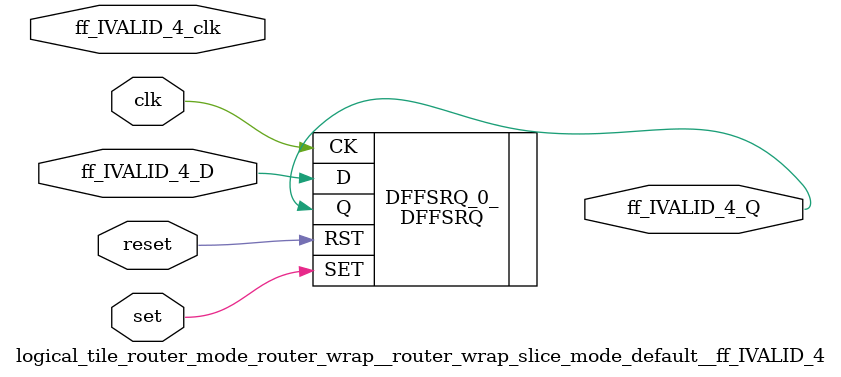
<source format=v>
`default_nettype none

module logical_tile_router_mode_router_wrap__router_wrap_slice_mode_default__ff_IVALID_4(set,
                                                                                         reset,
                                                                                         clk,
                                                                                         ff_IVALID_4_D,
                                                                                         ff_IVALID_4_Q,
                                                                                         ff_IVALID_4_clk);
//----- GLOBAL PORTS -----
input [0:0] set;
//----- GLOBAL PORTS -----
input [0:0] reset;
//----- GLOBAL PORTS -----
input [0:0] clk;
//----- INPUT PORTS -----
input [0:0] ff_IVALID_4_D;
//----- OUTPUT PORTS -----
output [0:0] ff_IVALID_4_Q;
//----- CLOCK PORTS -----
input [0:0] ff_IVALID_4_clk;

//----- BEGIN wire-connection ports -----
wire [0:0] ff_IVALID_4_D;
wire [0:0] ff_IVALID_4_Q;
wire [0:0] ff_IVALID_4_clk;
//----- END wire-connection ports -----


//----- BEGIN Registered ports -----
//----- END Registered ports -----



// ----- BEGIN Local short connections -----
// ----- END Local short connections -----
// ----- BEGIN Local output short connections -----
// ----- END Local output short connections -----

	DFFSRQ DFFSRQ_0_ (
		.SET(set),
		.RST(reset),
		.CK(clk),
		.D(ff_IVALID_4_D),
		.Q(ff_IVALID_4_Q));

endmodule
// ----- END Verilog module for logical_tile_router_mode_router_wrap__router_wrap_slice_mode_default__ff_IVALID_4 -----

//----- Default net type -----
`default_nettype wire




</source>
